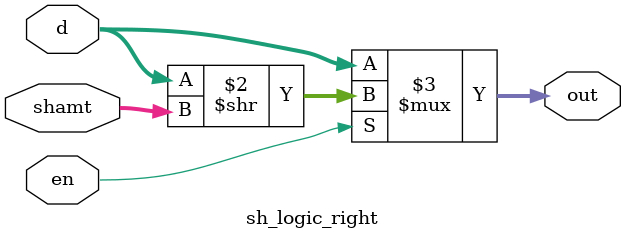
<source format=v>
/* 
* This module performs right shift by given amount
* when enable bit is high
*/

module sh_logic_right(d, shamt, en, out);
    input [24:0] d;
    input  [4:0] shamt;
    input        en;
    
    output [24:0] out;

    assign out = (en == 1'b1) ? d >> shamt : d;

endmodule
   


</source>
